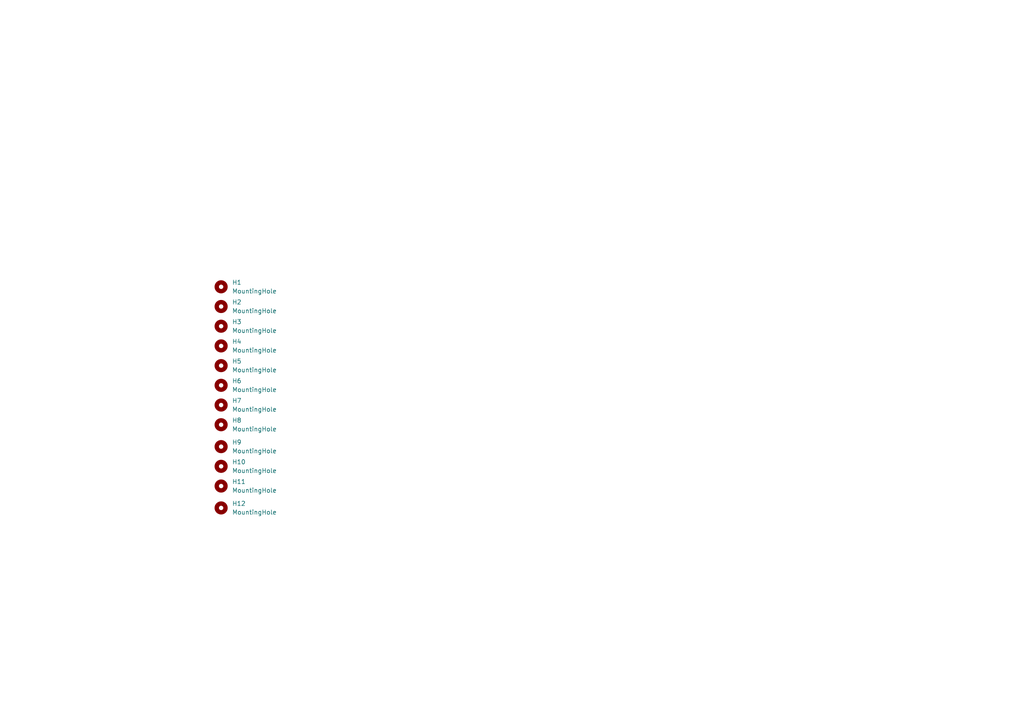
<source format=kicad_sch>
(kicad_sch (version 20230121) (generator eeschema)
  (paper "A4")
  (lib_symbols
    (symbol "Mechanical:MountingHole" (pin_names (offset 1.016))
      (property "Reference" "H" (at 0 5.08 0))
      (property "Value" "MountingHole" (at 0 3.175 0))
      (symbol "MountingHole_0_1"
        (circle (center 0 0) (radius 1.27) (stroke (width 1.27)))
      )
    )
  )
  (symbol (lib_id "Mechanical:MountingHole") (at 64.135 88.9 0) (unit 1)
    (property "Reference" "H2" (at 67.31 87.63 0) (effects (justify left)))
    (property "Value" "MountingHole" (at 67.31 90.17 0) (effects (justify left)))
    (property "Footprint" "MountingHole:MountingHole_4.5mm" (effects hide))
  )
  (symbol (lib_id "Mechanical:MountingHole") (at 64.135 147.32 0) (unit 1)
    (property "Reference" "H12" (at 67.31 146.05 0) (effects (justify left)))
    (property "Value" "MountingHole" (at 67.31 148.59 0) (effects (justify left)))
    (property "Footprint" "MountingHole:MountingHole_4.5mm" (effects hide))
  )
  (symbol (lib_id "Mechanical:MountingHole") (at 64.135 100.33 0) (unit 1)
    (property "Reference" "H4" (at 67.31 99.06 0) (effects (justify left)))
    (property "Value" "MountingHole" (at 67.31 101.6 0) (effects (justify left)))
    (property "Footprint" "MountingHole:MountingHole_4.5mm" (effects hide))
  )
  (symbol (lib_id "Mechanical:MountingHole") (at 64.135 129.54 0) (unit 1)
    (property "Reference" "H9" (at 67.31 128.27 0) (effects (justify left)))
    (property "Value" "MountingHole" (at 67.31 130.81 0) (effects (justify left)))
    (property "Footprint" "MountingHole:MountingHole_4.5mm" (effects hide))
  )
  (symbol (lib_id "Mechanical:MountingHole") (at 64.135 135.255 0) (unit 1)
    (property "Reference" "H10" (at 67.31 133.985 0) (effects (justify left)))
    (property "Value" "MountingHole" (at 67.31 136.525 0) (effects (justify left)))
    (property "Footprint" "MountingHole:MountingHole_4.5mm" (effects hide))
  )
  (symbol (lib_id "Mechanical:MountingHole") (at 64.135 94.615 0) (unit 1)
    (property "Reference" "H3" (at 67.31 93.345 0) (effects (justify left)))
    (property "Value" "MountingHole" (at 67.31 95.885 0) (effects (justify left)))
    (property "Footprint" "MountingHole:MountingHole_4.5mm" (effects hide))
  )
  (symbol (lib_id "Mechanical:MountingHole") (at 64.135 123.19 0) (unit 1)
    (property "Reference" "H8" (at 67.31 121.92 0) (effects (justify left)))
    (property "Value" "MountingHole" (at 67.31 124.46 0) (effects (justify left)))
    (property "Footprint" "MountingHole:MountingHole_4.5mm" (effects hide))
  )
  (symbol (lib_id "Mechanical:MountingHole") (at 64.135 140.97 0) (unit 1)
    (property "Reference" "H11" (at 67.31 139.7 0) (effects (justify left)))
    (property "Value" "MountingHole" (at 67.31 142.24 0) (effects (justify left)))
    (property "Footprint" "MountingHole:MountingHole_4.5mm" (effects hide))
  )
  (symbol (lib_id "Mechanical:MountingHole") (at 64.135 111.76 0) (unit 1)
    (property "Reference" "H6" (at 67.31 110.49 0) (effects (justify left)))
    (property "Value" "MountingHole" (at 67.31 113.03 0) (effects (justify left)))
    (property "Footprint" "MountingHole:MountingHole_4.5mm" (effects hide))
  )
  (symbol (lib_id "Mechanical:MountingHole") (at 64.135 117.475 0) (unit 1)
    (property "Reference" "H7" (at 67.31 116.205 0) (effects (justify left)))
    (property "Value" "MountingHole" (at 67.31 118.745 0) (effects (justify left)))
    (property "Footprint" "MountingHole:MountingHole_4.5mm" (effects hide))
  )
  (symbol (lib_id "Mechanical:MountingHole") (at 64.135 106.045 0) (unit 1)
    (property "Reference" "H5" (at 67.31 104.775 0) (effects (justify left)))
    (property "Value" "MountingHole" (at 67.31 107.315 0) (effects (justify left)))
    (property "Footprint" "MountingHole:MountingHole_4.5mm" (effects hide))
  )
  (symbol (lib_id "Mechanical:MountingHole") (at 64.135 83.185 0) (unit 1)
    (property "Reference" "H1" (at 67.31 81.915 0) (effects (justify left)))
    (property "Value" "MountingHole" (at 67.31 84.455 0) (effects (justify left)))
    (property "Footprint" "MountingHole:MountingHole_4.5mm" (effects hide))
  )
)
</source>
